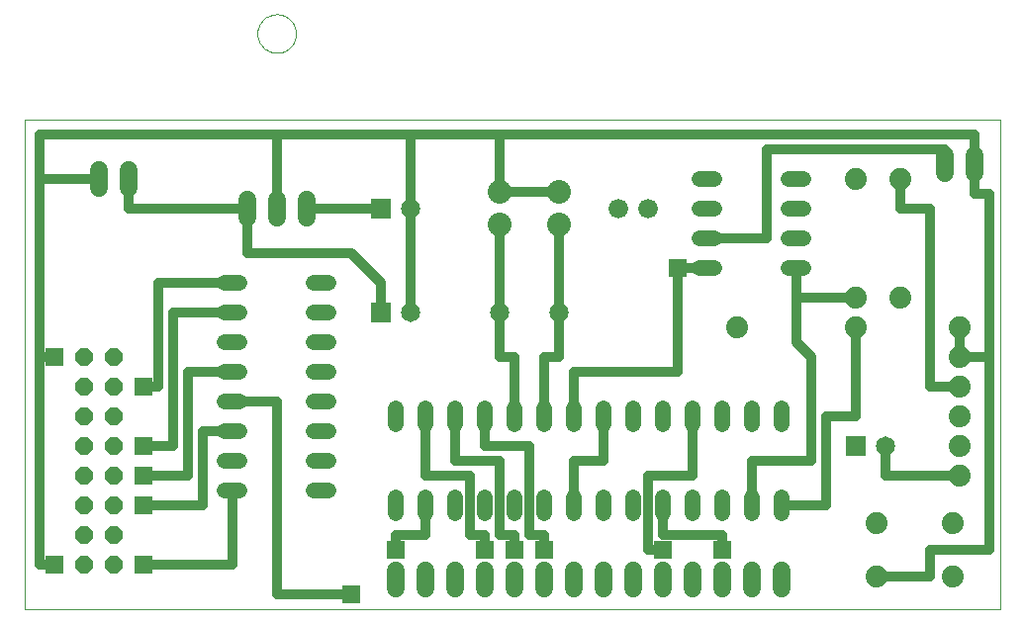
<source format=gtl>
G75*
%MOIN*%
%OFA0B0*%
%FSLAX24Y24*%
%IPPOS*%
%LPD*%
%AMOC8*
5,1,8,0,0,1.08239X$1,22.5*
%
%ADD10C,0.0000*%
%ADD11C,0.0520*%
%ADD12C,0.0650*%
%ADD13C,0.0660*%
%ADD14OC8,0.0600*%
%ADD15C,0.0600*%
%ADD16C,0.0800*%
%ADD17R,0.0650X0.0650*%
%ADD18C,0.0740*%
%ADD19C,0.0320*%
%ADD20R,0.0591X0.0591*%
D10*
X000100Y000267D02*
X000100Y016763D01*
X032970Y016763D01*
X032970Y000267D01*
X000100Y000267D01*
X007950Y019667D02*
X007952Y019717D01*
X007958Y019767D01*
X007968Y019817D01*
X007981Y019865D01*
X007998Y019913D01*
X008019Y019959D01*
X008043Y020003D01*
X008071Y020045D01*
X008102Y020085D01*
X008136Y020122D01*
X008173Y020157D01*
X008212Y020188D01*
X008253Y020217D01*
X008297Y020242D01*
X008343Y020264D01*
X008390Y020282D01*
X008438Y020296D01*
X008487Y020307D01*
X008537Y020314D01*
X008587Y020317D01*
X008638Y020316D01*
X008688Y020311D01*
X008738Y020302D01*
X008786Y020290D01*
X008834Y020273D01*
X008880Y020253D01*
X008925Y020230D01*
X008968Y020203D01*
X009008Y020173D01*
X009046Y020140D01*
X009081Y020104D01*
X009114Y020065D01*
X009143Y020024D01*
X009169Y019981D01*
X009192Y019936D01*
X009211Y019889D01*
X009226Y019841D01*
X009238Y019792D01*
X009246Y019742D01*
X009250Y019692D01*
X009250Y019642D01*
X009246Y019592D01*
X009238Y019542D01*
X009226Y019493D01*
X009211Y019445D01*
X009192Y019398D01*
X009169Y019353D01*
X009143Y019310D01*
X009114Y019269D01*
X009081Y019230D01*
X009046Y019194D01*
X009008Y019161D01*
X008968Y019131D01*
X008925Y019104D01*
X008880Y019081D01*
X008834Y019061D01*
X008786Y019044D01*
X008738Y019032D01*
X008688Y019023D01*
X008638Y019018D01*
X008587Y019017D01*
X008537Y019020D01*
X008487Y019027D01*
X008438Y019038D01*
X008390Y019052D01*
X008343Y019070D01*
X008297Y019092D01*
X008253Y019117D01*
X008212Y019146D01*
X008173Y019177D01*
X008136Y019212D01*
X008102Y019249D01*
X008071Y019289D01*
X008043Y019331D01*
X008019Y019375D01*
X007998Y019421D01*
X007981Y019469D01*
X007968Y019517D01*
X007958Y019567D01*
X007952Y019617D01*
X007950Y019667D01*
D11*
X007360Y011267D02*
X006840Y011267D01*
X006840Y010267D02*
X007360Y010267D01*
X007360Y009267D02*
X006840Y009267D01*
X006840Y008267D02*
X007360Y008267D01*
X007360Y007267D02*
X006840Y007267D01*
X006840Y006267D02*
X007360Y006267D01*
X007360Y005267D02*
X006840Y005267D01*
X006840Y004267D02*
X007360Y004267D01*
X009840Y004267D02*
X010360Y004267D01*
X010360Y005267D02*
X009840Y005267D01*
X009840Y006267D02*
X010360Y006267D01*
X010360Y007267D02*
X009840Y007267D01*
X009840Y008267D02*
X010360Y008267D01*
X010360Y009267D02*
X009840Y009267D01*
X009840Y010267D02*
X010360Y010267D01*
X010360Y011267D02*
X009840Y011267D01*
X012600Y007027D02*
X012600Y006507D01*
X013600Y006507D02*
X013600Y007027D01*
X014600Y007027D02*
X014600Y006507D01*
X015600Y006507D02*
X015600Y007027D01*
X016600Y007027D02*
X016600Y006507D01*
X017600Y006507D02*
X017600Y007027D01*
X018600Y007027D02*
X018600Y006507D01*
X019600Y006507D02*
X019600Y007027D01*
X020600Y007027D02*
X020600Y006507D01*
X021600Y006507D02*
X021600Y007027D01*
X022600Y007027D02*
X022600Y006507D01*
X023600Y006507D02*
X023600Y007027D01*
X024600Y007027D02*
X024600Y006507D01*
X025600Y006507D02*
X025600Y007027D01*
X025600Y004027D02*
X025600Y003507D01*
X024600Y003507D02*
X024600Y004027D01*
X023600Y004027D02*
X023600Y003507D01*
X022600Y003507D02*
X022600Y004027D01*
X021600Y004027D02*
X021600Y003507D01*
X020600Y003507D02*
X020600Y004027D01*
X019600Y004027D02*
X019600Y003507D01*
X018600Y003507D02*
X018600Y004027D01*
X017600Y004027D02*
X017600Y003507D01*
X016600Y003507D02*
X016600Y004027D01*
X015600Y004027D02*
X015600Y003507D01*
X014600Y003507D02*
X014600Y004027D01*
X013600Y004027D02*
X013600Y003507D01*
X012600Y003507D02*
X012600Y004027D01*
X022840Y011767D02*
X023360Y011767D01*
X023360Y012767D02*
X022840Y012767D01*
X022840Y013767D02*
X023360Y013767D01*
X023360Y014767D02*
X022840Y014767D01*
X025840Y014767D02*
X026360Y014767D01*
X026360Y013767D02*
X025840Y013767D01*
X025840Y012767D02*
X026360Y012767D01*
X026360Y011767D02*
X025840Y011767D01*
D12*
X018100Y010267D03*
X016100Y010267D03*
X013100Y010267D03*
X013100Y013767D03*
X029100Y005767D03*
D13*
X021100Y013767D03*
X020100Y013767D03*
D14*
X003100Y008767D03*
X002100Y008767D03*
X002100Y007767D03*
X003100Y007767D03*
X003100Y006767D03*
X002100Y006767D03*
X002100Y005767D03*
X003100Y005767D03*
X003100Y004767D03*
X002100Y004767D03*
X002100Y003767D03*
X003100Y003767D03*
X003100Y002767D03*
X002100Y002767D03*
X002100Y001767D03*
X003100Y001767D03*
D15*
X012600Y001567D02*
X012600Y000967D01*
X013600Y000967D02*
X013600Y001567D01*
X014600Y001567D02*
X014600Y000967D01*
X015600Y000967D02*
X015600Y001567D01*
X016600Y001567D02*
X016600Y000967D01*
X017600Y000967D02*
X017600Y001567D01*
X018600Y001567D02*
X018600Y000967D01*
X019600Y000967D02*
X019600Y001567D01*
X020600Y001567D02*
X020600Y000967D01*
X021600Y000967D02*
X021600Y001567D01*
X022600Y001567D02*
X022600Y000967D01*
X023600Y000967D02*
X023600Y001567D01*
X024600Y001567D02*
X024600Y000967D01*
X025600Y000967D02*
X025600Y001567D01*
X009600Y013467D02*
X009600Y014067D01*
X008600Y014067D02*
X008600Y013467D01*
X007600Y013467D02*
X007600Y014067D01*
X003600Y014467D02*
X003600Y015067D01*
X002600Y015067D02*
X002600Y014467D01*
X031100Y014967D02*
X031100Y015567D01*
X032100Y015567D02*
X032100Y014967D01*
D16*
X018100Y014317D03*
X018100Y013217D03*
X016100Y013217D03*
X016100Y014317D03*
D17*
X012100Y013767D03*
X012100Y010267D03*
X028100Y005767D03*
D18*
X031600Y005767D03*
X031600Y006767D03*
X031600Y007767D03*
X031600Y008767D03*
X031600Y009767D03*
X029600Y010767D03*
X028100Y010767D03*
X028100Y009767D03*
X024100Y009767D03*
X028100Y014767D03*
X029600Y014767D03*
X031600Y004767D03*
X031380Y003157D03*
X028820Y003157D03*
X028820Y001377D03*
X031380Y001377D03*
D19*
X030600Y001377D02*
X030600Y002267D01*
X032600Y002267D01*
X032600Y008767D01*
X032600Y014267D01*
X032100Y014267D01*
X032100Y015267D01*
X032100Y016267D01*
X016100Y016267D01*
X016100Y014317D01*
X018100Y014317D01*
X018100Y013217D02*
X018100Y010267D01*
X018100Y008767D01*
X017600Y008767D01*
X017600Y006767D01*
X016600Y006767D02*
X016600Y008767D01*
X016100Y008767D01*
X016100Y010267D01*
X016100Y013217D01*
X013100Y013767D02*
X013100Y016267D01*
X016100Y016267D01*
X013100Y016267D02*
X008600Y016267D01*
X008600Y013767D01*
X007600Y013767D02*
X003600Y013767D01*
X003600Y014767D01*
X002600Y014767D02*
X000600Y014767D01*
X000600Y016267D01*
X008600Y016267D01*
X007600Y013767D02*
X007600Y012267D01*
X011100Y012267D01*
X012100Y011267D01*
X012100Y010267D01*
X013100Y010267D02*
X013100Y013767D01*
X012100Y013767D02*
X009600Y013767D01*
X007100Y011267D02*
X004600Y011267D01*
X004600Y007767D01*
X004100Y007767D01*
X005600Y008267D02*
X005600Y004767D01*
X004100Y004767D01*
X004100Y005767D02*
X005100Y005767D01*
X004100Y005767D01*
X005100Y005767D02*
X005100Y010267D01*
X007100Y010267D01*
X007100Y008267D02*
X005600Y008267D01*
X007100Y007267D02*
X008600Y007267D01*
X008600Y000767D01*
X011100Y000767D01*
X012600Y002267D02*
X012600Y002767D01*
X013600Y002767D01*
X013600Y003767D01*
X015100Y004767D02*
X015100Y002767D01*
X015600Y002767D01*
X015600Y002267D01*
X016100Y002767D02*
X016600Y002767D01*
X016600Y002267D01*
X016100Y002767D02*
X016100Y005267D01*
X014600Y005267D01*
X014600Y006767D01*
X013600Y006767D02*
X013600Y004767D01*
X015100Y004767D01*
X015600Y005767D02*
X017100Y005767D01*
X017100Y002767D01*
X017600Y002767D01*
X017600Y002267D01*
X018600Y003767D02*
X018600Y005267D01*
X019600Y005267D01*
X019600Y006767D01*
X018600Y006767D02*
X018600Y008267D01*
X022100Y008267D01*
X022100Y011767D01*
X023100Y011767D01*
X023100Y012767D02*
X025100Y012767D01*
X025100Y015767D01*
X031100Y015767D01*
X031100Y015267D01*
X029600Y014767D02*
X029600Y013767D01*
X030600Y013767D01*
X030600Y007767D01*
X031600Y007767D01*
X031600Y008767D02*
X031600Y009767D01*
X031600Y008767D02*
X032600Y008767D01*
X028100Y009767D02*
X028100Y006767D01*
X027100Y006767D01*
X027100Y003767D01*
X025600Y003767D01*
X024600Y003767D02*
X024600Y005267D01*
X026600Y005267D01*
X026600Y008767D01*
X026100Y009267D01*
X026100Y010767D01*
X028100Y010767D01*
X026100Y010767D02*
X026100Y011767D01*
X022600Y006767D02*
X022600Y004767D01*
X021100Y004767D01*
X021100Y002267D01*
X021600Y002267D01*
X021600Y002767D02*
X023600Y002767D01*
X023600Y002267D01*
X021600Y002767D02*
X021600Y003767D01*
X015600Y005767D02*
X015600Y006767D01*
X007100Y006267D02*
X006100Y006267D01*
X006100Y003767D01*
X004100Y003767D01*
X004100Y001767D02*
X007100Y001767D01*
X007100Y004267D01*
X001100Y001767D02*
X000600Y001767D01*
X000600Y008767D01*
X001100Y008767D01*
X000600Y008767D02*
X000600Y014767D01*
X029100Y005767D02*
X029100Y004767D01*
X031600Y004767D01*
X030600Y001377D02*
X028820Y001377D01*
D20*
X023600Y002267D03*
X021600Y002267D03*
X017600Y002267D03*
X016600Y002267D03*
X015600Y002267D03*
X012600Y002267D03*
X011100Y000767D03*
X004100Y001767D03*
X004100Y003767D03*
X004100Y004767D03*
X004100Y005767D03*
X004100Y007767D03*
X001100Y008767D03*
X001100Y001767D03*
X022100Y011767D03*
M02*

</source>
